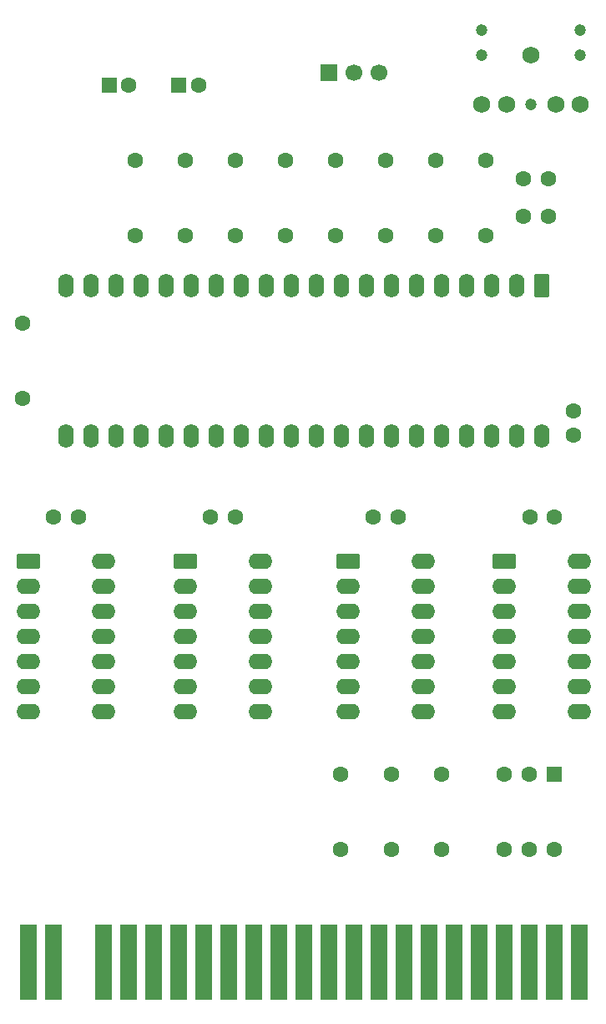
<source format=gbr>
%TF.GenerationSoftware,KiCad,Pcbnew,9.0.3*%
%TF.CreationDate,2025-08-25T15:01:51+01:00*%
%TF.ProjectId,JONZON-X-81,4a4f4e5a-4f4e-42d5-982d-38312e6b6963,1.3*%
%TF.SameCoordinates,Original*%
%TF.FileFunction,Soldermask,Bot*%
%TF.FilePolarity,Negative*%
%FSLAX46Y46*%
G04 Gerber Fmt 4.6, Leading zero omitted, Abs format (unit mm)*
G04 Created by KiCad (PCBNEW 9.0.3) date 2025-08-25 15:01:51*
%MOMM*%
%LPD*%
G01*
G04 APERTURE LIST*
G04 Aperture macros list*
%AMRoundRect*
0 Rectangle with rounded corners*
0 $1 Rounding radius*
0 $2 $3 $4 $5 $6 $7 $8 $9 X,Y pos of 4 corners*
0 Add a 4 corners polygon primitive as box body*
4,1,4,$2,$3,$4,$5,$6,$7,$8,$9,$2,$3,0*
0 Add four circle primitives for the rounded corners*
1,1,$1+$1,$2,$3*
1,1,$1+$1,$4,$5*
1,1,$1+$1,$6,$7*
1,1,$1+$1,$8,$9*
0 Add four rect primitives between the rounded corners*
20,1,$1+$1,$2,$3,$4,$5,0*
20,1,$1+$1,$4,$5,$6,$7,0*
20,1,$1+$1,$6,$7,$8,$9,0*
20,1,$1+$1,$8,$9,$2,$3,0*%
G04 Aperture macros list end*
%ADD10C,1.600000*%
%ADD11RoundRect,0.250000X-0.550000X0.950000X-0.550000X-0.950000X0.550000X-0.950000X0.550000X0.950000X0*%
%ADD12O,1.600000X2.400000*%
%ADD13R,1.778000X7.620000*%
%ADD14RoundRect,0.250000X-0.550000X0.550000X-0.550000X-0.550000X0.550000X-0.550000X0.550000X0.550000X0*%
%ADD15R,1.700000X1.700000*%
%ADD16C,1.700000*%
%ADD17RoundRect,0.250000X-0.550000X-0.550000X0.550000X-0.550000X0.550000X0.550000X-0.550000X0.550000X0*%
%ADD18C,1.193800*%
%ADD19C,1.752600*%
%ADD20RoundRect,0.250000X-0.950000X-0.550000X0.950000X-0.550000X0.950000X0.550000X-0.950000X0.550000X0*%
%ADD21O,2.400000X1.600000*%
G04 APERTURE END LIST*
D10*
%TO.C,C5*%
X58440000Y-99695000D03*
X60940000Y-99695000D03*
%TD*%
%TO.C,R4*%
X102235000Y-71120000D03*
X102235000Y-63500000D03*
%TD*%
D11*
%TO.C,U1*%
X107940000Y-76200000D03*
D12*
X105400000Y-76200000D03*
X102860000Y-76200000D03*
X100320000Y-76200000D03*
X97780000Y-76200000D03*
X95240000Y-76200000D03*
X92700000Y-76200000D03*
X90160000Y-76200000D03*
X87620000Y-76200000D03*
X85080000Y-76200000D03*
X82540000Y-76200000D03*
X80000000Y-76200000D03*
X77460000Y-76200000D03*
X74920000Y-76200000D03*
X72380000Y-76200000D03*
X69840000Y-76200000D03*
X67300000Y-76200000D03*
X64760000Y-76200000D03*
X62220000Y-76200000D03*
X59680000Y-76200000D03*
X59680000Y-91440000D03*
X62220000Y-91440000D03*
X64760000Y-91440000D03*
X67300000Y-91440000D03*
X69840000Y-91440000D03*
X72380000Y-91440000D03*
X74920000Y-91440000D03*
X77460000Y-91440000D03*
X80000000Y-91440000D03*
X82540000Y-91440000D03*
X85080000Y-91440000D03*
X87620000Y-91440000D03*
X90160000Y-91440000D03*
X92700000Y-91440000D03*
X95240000Y-91440000D03*
X97780000Y-91440000D03*
X100320000Y-91440000D03*
X102860000Y-91440000D03*
X105400000Y-91440000D03*
X107940000Y-91440000D03*
%TD*%
D10*
%TO.C,R11*%
X66675000Y-63500000D03*
X66675000Y-71120000D03*
%TD*%
%TO.C,C3*%
X106065000Y-65405000D03*
X108565000Y-65405000D03*
%TD*%
%TO.C,R3*%
X87555000Y-125730000D03*
X87555000Y-133350000D03*
%TD*%
%TO.C,C6*%
X74315000Y-99695000D03*
X76815000Y-99695000D03*
%TD*%
D13*
%TO.C,CO1*%
X55874982Y-144780000D03*
X58414982Y-144780000D03*
X63494982Y-144780000D03*
X66034982Y-144780000D03*
X68574982Y-144780000D03*
X71114982Y-144780000D03*
X73654982Y-144780000D03*
X76194982Y-144780000D03*
X78734982Y-144780000D03*
X81274982Y-144780000D03*
X83814982Y-144780000D03*
X86354982Y-144780000D03*
X88894982Y-144780000D03*
X91434982Y-144780000D03*
X93974982Y-144780000D03*
X96514982Y-144780000D03*
X99054982Y-144780000D03*
X101594982Y-144780000D03*
X104134982Y-144780000D03*
X106674982Y-144780000D03*
X109214982Y-144780000D03*
X111754982Y-144780000D03*
%TD*%
D10*
%TO.C,R1*%
X97785000Y-125730000D03*
X97785000Y-133350000D03*
%TD*%
D14*
%TO.C,SW1*%
X109220000Y-125730000D03*
D10*
X106680000Y-125730000D03*
X104140000Y-125730000D03*
X104140000Y-133350000D03*
X106680000Y-133350000D03*
X109220000Y-133350000D03*
%TD*%
%TO.C,R8*%
X81915000Y-63500000D03*
X81915000Y-71120000D03*
%TD*%
%TO.C,R2*%
X92705000Y-125730000D03*
X92705000Y-133350000D03*
%TD*%
%TO.C,R12*%
X55245000Y-87630000D03*
X55245000Y-80010000D03*
%TD*%
D15*
%TO.C,CO3*%
X86355000Y-54610000D03*
D16*
X88895000Y-54610000D03*
X91435000Y-54610000D03*
%TD*%
D10*
%TO.C,C4*%
X106065000Y-69215000D03*
X108565000Y-69215000D03*
%TD*%
D17*
%TO.C,C2*%
X64035000Y-55880000D03*
D10*
X66035000Y-55880000D03*
%TD*%
%TO.C,R7*%
X86995000Y-63500000D03*
X86995000Y-71120000D03*
%TD*%
%TO.C,R5*%
X97155000Y-71120000D03*
X97155000Y-63500000D03*
%TD*%
D18*
%TO.C,CO2*%
X111845100Y-52840000D03*
X111845100Y-50340000D03*
X106845100Y-57840000D03*
X101845100Y-52840000D03*
X101845100Y-50340000D03*
D19*
X111845100Y-57840000D03*
X109345100Y-57840000D03*
X104345100Y-57840000D03*
X101845100Y-57840000D03*
X106845100Y-52840000D03*
%TD*%
D20*
%TO.C,U4*%
X88265000Y-104140000D03*
D21*
X88265000Y-106680000D03*
X88265000Y-109220000D03*
X88265000Y-111760000D03*
X88265000Y-114300000D03*
X88265000Y-116840000D03*
X88265000Y-119380000D03*
X95885000Y-119380000D03*
X95885000Y-116840000D03*
X95885000Y-114300000D03*
X95885000Y-111760000D03*
X95885000Y-109220000D03*
X95885000Y-106680000D03*
X95885000Y-104140000D03*
%TD*%
D20*
%TO.C,U5*%
X104160000Y-104140000D03*
D21*
X104160000Y-106680000D03*
X104160000Y-109220000D03*
X104160000Y-111760000D03*
X104160000Y-114300000D03*
X104160000Y-116840000D03*
X104160000Y-119380000D03*
X111780000Y-119380000D03*
X111780000Y-116840000D03*
X111780000Y-114300000D03*
X111780000Y-111760000D03*
X111780000Y-109220000D03*
X111780000Y-106680000D03*
X111780000Y-104140000D03*
%TD*%
D17*
%TO.C,C1*%
X71115000Y-55880000D03*
D10*
X73115000Y-55880000D03*
%TD*%
%TO.C,R6*%
X92075000Y-63500000D03*
X92075000Y-71120000D03*
%TD*%
%TO.C,C9*%
X111125000Y-88900000D03*
X111125000Y-91400000D03*
%TD*%
D20*
%TO.C,U3*%
X71755000Y-104140000D03*
D21*
X71755000Y-106680000D03*
X71755000Y-109220000D03*
X71755000Y-111760000D03*
X71755000Y-114300000D03*
X71755000Y-116840000D03*
X71755000Y-119380000D03*
X79375000Y-119380000D03*
X79375000Y-116840000D03*
X79375000Y-114300000D03*
X79375000Y-111760000D03*
X79375000Y-109220000D03*
X79375000Y-106680000D03*
X79375000Y-104140000D03*
%TD*%
D20*
%TO.C,U2*%
X55880000Y-104140000D03*
D21*
X55880000Y-106680000D03*
X55880000Y-109220000D03*
X55880000Y-111760000D03*
X55880000Y-114300000D03*
X55880000Y-116840000D03*
X55880000Y-119380000D03*
X63500000Y-119380000D03*
X63500000Y-116840000D03*
X63500000Y-114300000D03*
X63500000Y-111760000D03*
X63500000Y-109220000D03*
X63500000Y-106680000D03*
X63500000Y-104140000D03*
%TD*%
D10*
%TO.C,R10*%
X71755000Y-63500000D03*
X71755000Y-71120000D03*
%TD*%
%TO.C,C7*%
X90825000Y-99695000D03*
X93325000Y-99695000D03*
%TD*%
%TO.C,C8*%
X109220000Y-99695000D03*
X106720000Y-99695000D03*
%TD*%
%TO.C,R9*%
X76835000Y-63500000D03*
X76835000Y-71120000D03*
%TD*%
M02*

</source>
